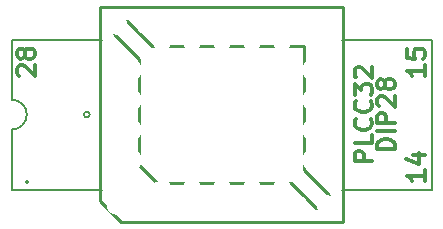
<source format=gto>
G04 (created by PCBNEW (2013-jun-18)-testing) date Sun 14 Jul 2013 06:49:30 PM EEST*
%MOIN*%
G04 Gerber Fmt 3.4, Leading zero omitted, Abs format*
%FSLAX34Y34*%
G01*
G70*
G90*
G04 APERTURE LIST*
%ADD10C,0.005906*%
%ADD11C,0.011811*%
%ADD12C,0.007874*%
%ADD13C,0.010000*%
%ADD14C,0.069024*%
%ADD15R,0.069024X0.069024*%
%ADD16C,0.067055*%
G04 APERTURE END LIST*
G54D10*
G54D11*
X13017Y2597D02*
X12426Y2597D01*
X12426Y2737D01*
X12454Y2821D01*
X12510Y2878D01*
X12567Y2906D01*
X12679Y2934D01*
X12764Y2934D01*
X12876Y2906D01*
X12932Y2878D01*
X12989Y2821D01*
X13017Y2737D01*
X13017Y2597D01*
X13017Y3187D02*
X12426Y3187D01*
X13017Y3468D02*
X12426Y3468D01*
X12426Y3693D01*
X12454Y3750D01*
X12482Y3778D01*
X12539Y3806D01*
X12623Y3806D01*
X12679Y3778D01*
X12707Y3750D01*
X12735Y3693D01*
X12735Y3468D01*
X12482Y4031D02*
X12454Y4059D01*
X12426Y4115D01*
X12426Y4256D01*
X12454Y4312D01*
X12482Y4340D01*
X12539Y4368D01*
X12595Y4368D01*
X12679Y4340D01*
X13017Y4003D01*
X13017Y4368D01*
X12679Y4706D02*
X12651Y4649D01*
X12623Y4621D01*
X12567Y4593D01*
X12539Y4593D01*
X12482Y4621D01*
X12454Y4649D01*
X12426Y4706D01*
X12426Y4818D01*
X12454Y4874D01*
X12482Y4902D01*
X12539Y4931D01*
X12567Y4931D01*
X12623Y4902D01*
X12651Y4874D01*
X12679Y4818D01*
X12679Y4706D01*
X12707Y4649D01*
X12735Y4621D01*
X12792Y4593D01*
X12904Y4593D01*
X12960Y4621D01*
X12989Y4649D01*
X13017Y4706D01*
X13017Y4818D01*
X12989Y4874D01*
X12960Y4902D01*
X12904Y4931D01*
X12792Y4931D01*
X12735Y4902D01*
X12707Y4874D01*
X12679Y4818D01*
X12267Y2203D02*
X11676Y2203D01*
X11676Y2428D01*
X11704Y2484D01*
X11732Y2512D01*
X11789Y2540D01*
X11873Y2540D01*
X11929Y2512D01*
X11957Y2484D01*
X11985Y2428D01*
X11985Y2203D01*
X12267Y3075D02*
X12267Y2793D01*
X11676Y2793D01*
X12210Y3609D02*
X12239Y3581D01*
X12267Y3496D01*
X12267Y3440D01*
X12239Y3356D01*
X12182Y3300D01*
X12126Y3271D01*
X12014Y3243D01*
X11929Y3243D01*
X11817Y3271D01*
X11760Y3300D01*
X11704Y3356D01*
X11676Y3440D01*
X11676Y3496D01*
X11704Y3581D01*
X11732Y3609D01*
X12210Y4199D02*
X12239Y4171D01*
X12267Y4087D01*
X12267Y4031D01*
X12239Y3946D01*
X12182Y3890D01*
X12126Y3862D01*
X12014Y3834D01*
X11929Y3834D01*
X11817Y3862D01*
X11760Y3890D01*
X11704Y3946D01*
X11676Y4031D01*
X11676Y4087D01*
X11704Y4171D01*
X11732Y4199D01*
X11676Y4396D02*
X11676Y4762D01*
X11901Y4565D01*
X11901Y4649D01*
X11929Y4706D01*
X11957Y4734D01*
X12014Y4762D01*
X12154Y4762D01*
X12210Y4734D01*
X12239Y4706D01*
X12267Y4649D01*
X12267Y4481D01*
X12239Y4424D01*
X12210Y4396D01*
X11732Y4987D02*
X11704Y5015D01*
X11676Y5071D01*
X11676Y5212D01*
X11704Y5268D01*
X11732Y5296D01*
X11789Y5324D01*
X11845Y5324D01*
X11929Y5296D01*
X12267Y4959D01*
X12267Y5324D01*
G54D12*
X2844Y3750D02*
G75*
G03X2844Y3750I-94J0D01*
G74*
G01*
G54D11*
X482Y5050D02*
X454Y5078D01*
X426Y5134D01*
X426Y5275D01*
X454Y5331D01*
X482Y5359D01*
X539Y5387D01*
X595Y5387D01*
X679Y5359D01*
X1017Y5021D01*
X1017Y5387D01*
X679Y5724D02*
X651Y5668D01*
X623Y5640D01*
X567Y5612D01*
X539Y5612D01*
X482Y5640D01*
X454Y5668D01*
X426Y5724D01*
X426Y5837D01*
X454Y5893D01*
X482Y5921D01*
X539Y5949D01*
X567Y5949D01*
X623Y5921D01*
X651Y5893D01*
X679Y5837D01*
X679Y5724D01*
X707Y5668D01*
X735Y5640D01*
X792Y5612D01*
X904Y5612D01*
X960Y5640D01*
X989Y5668D01*
X1017Y5724D01*
X1017Y5837D01*
X989Y5893D01*
X960Y5921D01*
X904Y5949D01*
X792Y5949D01*
X735Y5921D01*
X707Y5893D01*
X679Y5837D01*
X14017Y5387D02*
X14017Y5050D01*
X14017Y5218D02*
X13426Y5218D01*
X13510Y5162D01*
X13567Y5106D01*
X13595Y5050D01*
X13426Y5921D02*
X13426Y5640D01*
X13707Y5612D01*
X13679Y5640D01*
X13651Y5696D01*
X13651Y5837D01*
X13679Y5893D01*
X13707Y5921D01*
X13764Y5949D01*
X13904Y5949D01*
X13960Y5921D01*
X13989Y5893D01*
X14017Y5837D01*
X14017Y5696D01*
X13989Y5640D01*
X13960Y5612D01*
X14017Y1887D02*
X14017Y1550D01*
X14017Y1718D02*
X13426Y1718D01*
X13510Y1662D01*
X13567Y1606D01*
X13595Y1550D01*
X13623Y2393D02*
X14017Y2393D01*
X13398Y2253D02*
X13820Y2112D01*
X13820Y2478D01*
G54D12*
X250Y3250D02*
G75*
G03X750Y3750I0J500D01*
G74*
G01*
X750Y3750D02*
G75*
G03X250Y4250I-500J0D01*
G74*
G01*
X250Y1250D02*
X250Y3250D01*
X3250Y6250D02*
X250Y6250D01*
X250Y6250D02*
X250Y4250D01*
X11250Y6250D02*
X14250Y6250D01*
X14250Y6250D02*
X14250Y1250D01*
X11250Y1250D02*
X14250Y1250D01*
X797Y1500D02*
G75*
G03X797Y1500I-47J0D01*
G74*
G01*
X250Y1250D02*
X3250Y1250D01*
G54D13*
X10006Y6033D02*
X4927Y6033D01*
X5085Y1467D02*
X9573Y1467D01*
X3195Y7333D02*
X11305Y7333D01*
X11305Y167D02*
X3904Y167D01*
X10006Y6033D02*
X10006Y1900D01*
X4494Y2057D02*
X4494Y5600D01*
X4495Y2057D02*
X5085Y1467D01*
X11305Y167D02*
X11305Y7333D01*
X3195Y7333D02*
X3195Y876D01*
X3194Y876D02*
X3903Y167D01*
X10005Y1899D02*
X10831Y1073D01*
X10831Y1073D02*
X10398Y640D01*
X10400Y640D02*
X9574Y1466D01*
X4927Y6034D02*
X4101Y6860D01*
X4100Y6860D02*
X3667Y6427D01*
X3669Y6427D02*
X4495Y5601D01*
%LPC*%
G54D14*
X1750Y1750D03*
X1750Y5750D03*
G54D15*
X750Y750D03*
G54D14*
X1750Y750D03*
X2750Y750D03*
X3750Y750D03*
X4750Y750D03*
X5750Y750D03*
X6750Y750D03*
X7750Y750D03*
X8750Y750D03*
X9750Y750D03*
X10750Y750D03*
X11750Y750D03*
X12750Y750D03*
X13750Y750D03*
X13750Y6750D03*
X12750Y6750D03*
X11750Y6750D03*
X10750Y6750D03*
X9750Y6750D03*
X8750Y6750D03*
X7750Y6750D03*
X6750Y6750D03*
X5750Y6750D03*
X4750Y6750D03*
X3750Y6750D03*
X2750Y6750D03*
X1750Y6750D03*
X750Y6750D03*
G54D16*
X4250Y3250D03*
X5250Y4250D03*
X5250Y3250D03*
X4250Y2250D03*
X5250Y1250D03*
X5250Y2250D03*
X6250Y1250D03*
X6250Y2250D03*
X7250Y1250D03*
X7250Y2250D03*
X8250Y1250D03*
X8250Y2250D03*
X9250Y1250D03*
X10250Y2250D03*
X9250Y2250D03*
X10250Y3250D03*
X9250Y3250D03*
X10250Y4250D03*
X9250Y4250D03*
X10250Y5250D03*
X9250Y6250D03*
X9250Y5250D03*
X8250Y6250D03*
X8250Y5250D03*
X7250Y6250D03*
X7250Y5250D03*
X6250Y6250D03*
X4250Y4250D03*
X6250Y5250D03*
X5250Y6250D03*
X4250Y5250D03*
X5250Y5250D03*
M02*

</source>
